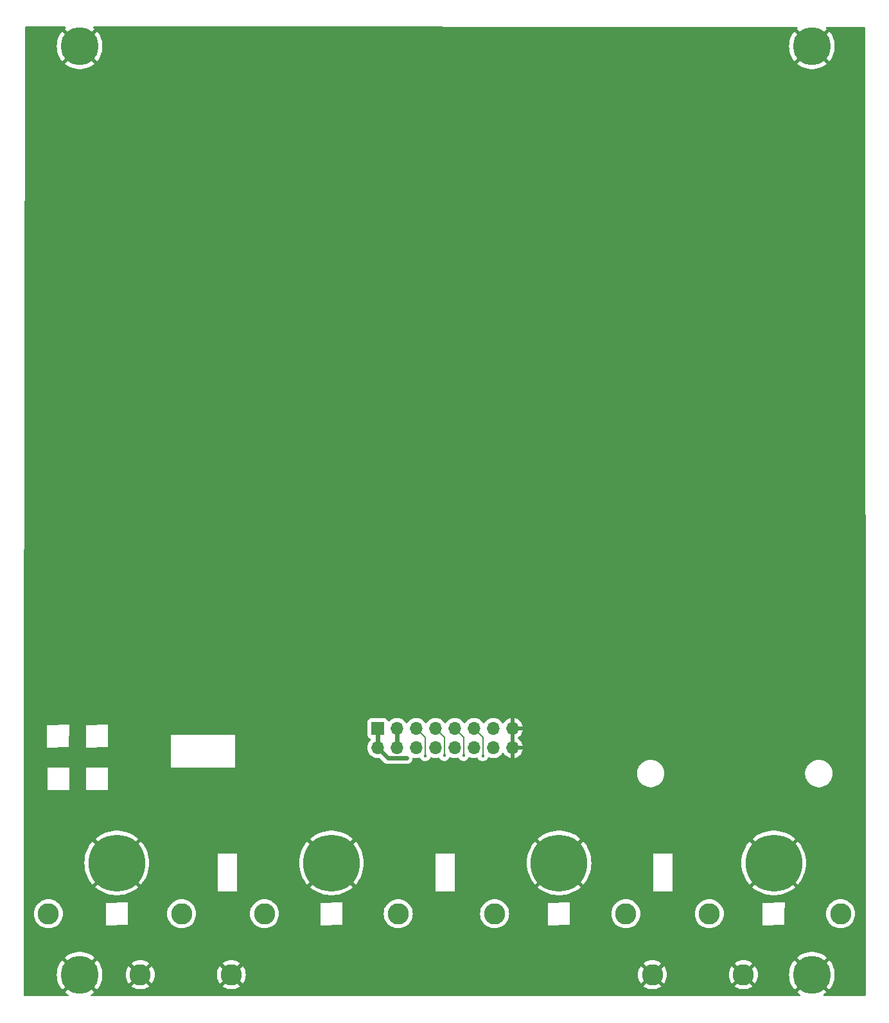
<source format=gbr>
G04 #@! TF.GenerationSoftware,KiCad,Pcbnew,8.0.8*
G04 #@! TF.CreationDate,2025-07-22T13:56:33-07:00*
G04 #@! TF.ProjectId,PBJ_EU,50424a5f-4555-42e6-9b69-6361645f7063,10.4*
G04 #@! TF.SameCoordinates,Original*
G04 #@! TF.FileFunction,Copper,L1,Top*
G04 #@! TF.FilePolarity,Positive*
%FSLAX46Y46*%
G04 Gerber Fmt 4.6, Leading zero omitted, Abs format (unit mm)*
G04 Created by KiCad (PCBNEW 8.0.8) date 2025-07-22 13:56:33*
%MOMM*%
%LPD*%
G01*
G04 APERTURE LIST*
G04 #@! TA.AperFunction,ComponentPad*
%ADD10C,5.000000*%
G04 #@! TD*
G04 #@! TA.AperFunction,ComponentPad*
%ADD11C,2.800000*%
G04 #@! TD*
G04 #@! TA.AperFunction,ComponentPad*
%ADD12C,7.500000*%
G04 #@! TD*
G04 #@! TA.AperFunction,ComponentPad*
%ADD13R,1.700000X1.700000*%
G04 #@! TD*
G04 #@! TA.AperFunction,ComponentPad*
%ADD14O,1.700000X1.700000*%
G04 #@! TD*
G04 #@! TA.AperFunction,ViaPad*
%ADD15C,0.400000*%
G04 #@! TD*
G04 #@! TA.AperFunction,ViaPad*
%ADD16C,0.600000*%
G04 #@! TD*
G04 #@! TA.AperFunction,Conductor*
%ADD17C,0.200000*%
G04 #@! TD*
G04 #@! TA.AperFunction,Conductor*
%ADD18C,0.600000*%
G04 #@! TD*
G04 APERTURE END LIST*
D10*
X47500000Y-155500000D03*
X144020000Y-155500000D03*
X144020000Y-33000000D03*
X47500000Y-33000000D03*
D11*
X60950000Y-147450000D03*
X119500000Y-147450000D03*
X130500000Y-147450000D03*
X147800000Y-147450000D03*
X43400000Y-147450000D03*
X102200000Y-147450000D03*
D12*
X52400000Y-140750000D03*
X139000000Y-140750000D03*
X110700000Y-140750000D03*
D13*
X86800000Y-123000000D03*
D14*
X86800000Y-125540000D03*
X89340000Y-123000000D03*
X89340000Y-125540000D03*
X91880000Y-123000000D03*
X91880000Y-125540000D03*
X94420000Y-123000000D03*
X94420000Y-125540000D03*
X96960000Y-123000000D03*
X96960000Y-125540000D03*
X99500000Y-123000000D03*
X99500000Y-125540000D03*
X102040000Y-123000000D03*
X102040000Y-125540000D03*
X104580000Y-123000000D03*
X104580000Y-125540000D03*
D11*
X123000000Y-155500000D03*
X135000000Y-155500000D03*
D12*
X80700000Y-140750000D03*
D11*
X55500000Y-155500000D03*
X89500000Y-147450000D03*
X67500000Y-155500000D03*
X71870000Y-147450000D03*
D15*
X93050000Y-126610000D03*
X95570000Y-126600000D03*
X98110000Y-126600000D03*
X100650000Y-126610000D03*
D16*
X90570000Y-126890000D03*
D17*
X91880000Y-123000000D02*
X93050000Y-124170000D01*
X93050000Y-124170000D02*
X93050000Y-126610000D01*
X94420000Y-123000000D02*
X95570000Y-124150000D01*
X95570000Y-124150000D02*
X95570000Y-126600000D01*
X98110000Y-126600000D02*
X98110000Y-124150000D01*
X98110000Y-124150000D02*
X96960000Y-123000000D01*
X100650000Y-124150000D02*
X99500000Y-123000000D01*
X100650000Y-124150000D02*
X100650000Y-126610000D01*
D18*
X89340000Y-123000000D02*
X89340000Y-125540000D01*
X88150000Y-126890000D02*
X90570000Y-126890000D01*
X86800000Y-125540000D02*
X88150000Y-126890000D01*
X86800000Y-123000000D02*
X86800000Y-125540000D01*
G04 #@! TA.AperFunction,Conductor*
G36*
X104834000Y-125109297D02*
G01*
X104772993Y-125074075D01*
X104645826Y-125040000D01*
X104514174Y-125040000D01*
X104387007Y-125074075D01*
X104326000Y-125109297D01*
X104326000Y-123430702D01*
X104387007Y-123465925D01*
X104514174Y-123500000D01*
X104645826Y-123500000D01*
X104772993Y-123465925D01*
X104834000Y-123430702D01*
X104834000Y-125109297D01*
G37*
G04 #@! TD.AperFunction*
G04 #@! TA.AperFunction,Conductor*
G36*
X45569980Y-30402379D02*
G01*
X45638092Y-30422412D01*
X45684560Y-30476088D01*
X45694632Y-30546367D01*
X45665110Y-30610934D01*
X45650914Y-30624901D01*
X45560215Y-30701005D01*
X46562577Y-31703368D01*
X46457670Y-31779588D01*
X46279588Y-31957670D01*
X46203368Y-32062577D01*
X45197744Y-31056953D01*
X45197743Y-31056953D01*
X45191831Y-31063220D01*
X45191827Y-31063224D01*
X44982604Y-31344260D01*
X44982586Y-31344287D01*
X44807398Y-31647721D01*
X44807395Y-31647726D01*
X44668617Y-31969452D01*
X44668615Y-31969458D01*
X44568120Y-32305131D01*
X44507274Y-32650205D01*
X44507274Y-32650211D01*
X44486902Y-33000000D01*
X44507274Y-33349788D01*
X44507274Y-33349794D01*
X44568120Y-33694868D01*
X44668615Y-34030541D01*
X44668617Y-34030547D01*
X44807395Y-34352273D01*
X44807398Y-34352278D01*
X44982586Y-34655712D01*
X44982596Y-34655728D01*
X45191836Y-34936785D01*
X45191840Y-34936790D01*
X45197741Y-34943045D01*
X45197744Y-34943045D01*
X46203367Y-33937421D01*
X46279588Y-34042330D01*
X46457670Y-34220412D01*
X46562576Y-34296631D01*
X45560215Y-35298992D01*
X45560216Y-35298993D01*
X45700696Y-35416871D01*
X45993449Y-35609417D01*
X46306577Y-35766676D01*
X46306582Y-35766678D01*
X46635825Y-35886513D01*
X46635830Y-35886514D01*
X46976779Y-35967321D01*
X46976785Y-35967322D01*
X47324801Y-36008000D01*
X47675199Y-36008000D01*
X48023214Y-35967322D01*
X48023220Y-35967321D01*
X48364169Y-35886514D01*
X48364174Y-35886513D01*
X48693417Y-35766678D01*
X48693422Y-35766676D01*
X49006550Y-35609417D01*
X49299299Y-35416874D01*
X49439783Y-35298992D01*
X48437422Y-34296631D01*
X48542330Y-34220412D01*
X48720412Y-34042330D01*
X48796631Y-33937422D01*
X49802255Y-34943046D01*
X49802256Y-34943045D01*
X49808164Y-34936785D01*
X49808166Y-34936782D01*
X50017395Y-34655739D01*
X50017413Y-34655712D01*
X50192601Y-34352278D01*
X50192604Y-34352273D01*
X50331382Y-34030547D01*
X50331384Y-34030541D01*
X50431879Y-33694868D01*
X50492725Y-33349794D01*
X50492725Y-33349788D01*
X50513097Y-33000000D01*
X50492725Y-32650211D01*
X50492725Y-32650205D01*
X50431879Y-32305131D01*
X50331384Y-31969458D01*
X50331382Y-31969452D01*
X50192604Y-31647726D01*
X50192601Y-31647721D01*
X50017413Y-31344287D01*
X50017403Y-31344271D01*
X49808165Y-31063216D01*
X49802255Y-31056952D01*
X48796631Y-32062576D01*
X48720412Y-31957670D01*
X48542330Y-31779588D01*
X48437422Y-31703367D01*
X49439783Y-30701006D01*
X49439783Y-30701005D01*
X49351162Y-30626644D01*
X49311835Y-30567534D01*
X49310709Y-30496546D01*
X49348140Y-30436219D01*
X49412245Y-30405705D01*
X49432198Y-30404122D01*
X142038081Y-30445931D01*
X142106189Y-30465963D01*
X142152657Y-30519639D01*
X142162729Y-30589918D01*
X142133207Y-30654485D01*
X142119012Y-30668451D01*
X142080215Y-30701005D01*
X143082577Y-31703368D01*
X142977670Y-31779588D01*
X142799588Y-31957670D01*
X142723368Y-32062577D01*
X141717744Y-31056953D01*
X141717743Y-31056953D01*
X141711831Y-31063220D01*
X141711827Y-31063224D01*
X141502604Y-31344260D01*
X141502586Y-31344287D01*
X141327398Y-31647721D01*
X141327395Y-31647726D01*
X141188617Y-31969452D01*
X141188615Y-31969458D01*
X141088120Y-32305131D01*
X141027274Y-32650205D01*
X141027274Y-32650211D01*
X141006902Y-33000000D01*
X141027274Y-33349788D01*
X141027274Y-33349794D01*
X141088120Y-33694868D01*
X141188615Y-34030541D01*
X141188617Y-34030547D01*
X141327395Y-34352273D01*
X141327398Y-34352278D01*
X141502586Y-34655712D01*
X141502596Y-34655728D01*
X141711836Y-34936785D01*
X141711840Y-34936790D01*
X141717741Y-34943045D01*
X141717744Y-34943045D01*
X142723367Y-33937421D01*
X142799588Y-34042330D01*
X142977670Y-34220412D01*
X143082576Y-34296631D01*
X142080215Y-35298992D01*
X142080216Y-35298993D01*
X142220696Y-35416871D01*
X142513449Y-35609417D01*
X142826577Y-35766676D01*
X142826582Y-35766678D01*
X143155825Y-35886513D01*
X143155830Y-35886514D01*
X143496779Y-35967321D01*
X143496785Y-35967322D01*
X143844801Y-36008000D01*
X144195199Y-36008000D01*
X144543214Y-35967322D01*
X144543220Y-35967321D01*
X144884169Y-35886514D01*
X144884174Y-35886513D01*
X145213417Y-35766678D01*
X145213422Y-35766676D01*
X145526550Y-35609417D01*
X145819299Y-35416874D01*
X145959783Y-35298992D01*
X144957422Y-34296631D01*
X145062330Y-34220412D01*
X145240412Y-34042330D01*
X145316631Y-33937422D01*
X146322255Y-34943046D01*
X146322256Y-34943045D01*
X146328164Y-34936785D01*
X146328166Y-34936782D01*
X146537395Y-34655739D01*
X146537413Y-34655712D01*
X146712601Y-34352278D01*
X146712604Y-34352273D01*
X146851382Y-34030547D01*
X146851384Y-34030541D01*
X146951879Y-33694868D01*
X147012725Y-33349794D01*
X147012725Y-33349788D01*
X147033097Y-33000000D01*
X147012725Y-32650211D01*
X147012725Y-32650205D01*
X146951879Y-32305131D01*
X146851384Y-31969458D01*
X146851382Y-31969452D01*
X146712604Y-31647726D01*
X146712601Y-31647721D01*
X146537413Y-31344287D01*
X146537403Y-31344271D01*
X146328165Y-31063216D01*
X146322255Y-31056952D01*
X145316631Y-32062576D01*
X145240412Y-31957670D01*
X145062330Y-31779588D01*
X144957422Y-31703367D01*
X145959783Y-30701006D01*
X145959783Y-30701005D01*
X145923121Y-30670242D01*
X145883795Y-30611133D01*
X145882669Y-30540145D01*
X145920100Y-30479817D01*
X145984205Y-30449304D01*
X146004157Y-30447721D01*
X150924106Y-30449943D01*
X150992218Y-30469976D01*
X151038686Y-30523652D01*
X151050049Y-30575894D01*
X151099950Y-158174007D01*
X151079975Y-158242135D01*
X151026337Y-158288649D01*
X150974007Y-158300056D01*
X145653981Y-158302452D01*
X145585851Y-158282481D01*
X145539334Y-158228846D01*
X145529198Y-158158577D01*
X145558662Y-158093982D01*
X145584686Y-158071180D01*
X145819299Y-157916874D01*
X145959783Y-157798992D01*
X144957422Y-156796631D01*
X145062330Y-156720412D01*
X145240412Y-156542330D01*
X145316631Y-156437422D01*
X146322255Y-157443046D01*
X146322256Y-157443045D01*
X146328164Y-157436785D01*
X146328166Y-157436782D01*
X146537395Y-157155739D01*
X146537413Y-157155712D01*
X146712601Y-156852278D01*
X146712604Y-156852273D01*
X146851382Y-156530547D01*
X146851384Y-156530541D01*
X146951879Y-156194868D01*
X147012725Y-155849794D01*
X147012725Y-155849788D01*
X147033097Y-155500000D01*
X147012725Y-155150211D01*
X147012725Y-155150205D01*
X146951879Y-154805131D01*
X146851384Y-154469458D01*
X146851382Y-154469452D01*
X146712604Y-154147726D01*
X146712601Y-154147721D01*
X146537413Y-153844287D01*
X146537403Y-153844271D01*
X146328165Y-153563216D01*
X146322255Y-153556952D01*
X145316631Y-154562576D01*
X145240412Y-154457670D01*
X145062330Y-154279588D01*
X144957422Y-154203367D01*
X145959783Y-153201006D01*
X145959783Y-153201005D01*
X145819298Y-153083125D01*
X145526550Y-152890582D01*
X145213422Y-152733323D01*
X145213417Y-152733321D01*
X144884174Y-152613486D01*
X144884169Y-152613485D01*
X144543220Y-152532678D01*
X144543214Y-152532677D01*
X144195199Y-152492000D01*
X143844801Y-152492000D01*
X143496785Y-152532677D01*
X143496779Y-152532678D01*
X143155830Y-152613485D01*
X143155825Y-152613486D01*
X142826582Y-152733321D01*
X142826577Y-152733323D01*
X142513449Y-152890582D01*
X142220701Y-153083125D01*
X142080215Y-153201005D01*
X143082577Y-154203368D01*
X142977670Y-154279588D01*
X142799588Y-154457670D01*
X142723368Y-154562577D01*
X141717744Y-153556953D01*
X141717743Y-153556953D01*
X141711831Y-153563220D01*
X141711827Y-153563224D01*
X141502604Y-153844260D01*
X141502586Y-153844287D01*
X141327398Y-154147721D01*
X141327395Y-154147726D01*
X141188617Y-154469452D01*
X141188615Y-154469458D01*
X141088120Y-154805131D01*
X141027274Y-155150205D01*
X141027274Y-155150211D01*
X141006902Y-155500000D01*
X141027274Y-155849788D01*
X141027274Y-155849794D01*
X141088120Y-156194868D01*
X141188615Y-156530541D01*
X141188617Y-156530547D01*
X141327395Y-156852273D01*
X141327398Y-156852278D01*
X141502586Y-157155712D01*
X141502596Y-157155728D01*
X141711836Y-157436785D01*
X141711840Y-157436790D01*
X141717741Y-157443045D01*
X141717744Y-157443045D01*
X142723367Y-156437421D01*
X142799588Y-156542330D01*
X142977670Y-156720412D01*
X143082576Y-156796631D01*
X142080215Y-157798992D01*
X142080216Y-157798993D01*
X142220699Y-157916874D01*
X142220703Y-157916877D01*
X142457548Y-158072652D01*
X142503471Y-158126796D01*
X142512831Y-158197173D01*
X142482656Y-158261438D01*
X142422528Y-158299188D01*
X142388367Y-158303923D01*
X49067142Y-158345960D01*
X48999012Y-158325989D01*
X48952495Y-158272354D01*
X48942359Y-158202085D01*
X48971823Y-158137490D01*
X49004095Y-158110835D01*
X49006548Y-158109418D01*
X49299299Y-157916874D01*
X49439783Y-157798992D01*
X48437422Y-156796631D01*
X48542330Y-156720412D01*
X48720412Y-156542330D01*
X48796631Y-156437422D01*
X49802255Y-157443046D01*
X49802256Y-157443045D01*
X49808164Y-157436785D01*
X49808166Y-157436782D01*
X50017395Y-157155739D01*
X50017413Y-157155712D01*
X50192601Y-156852278D01*
X50192604Y-156852273D01*
X50331382Y-156530547D01*
X50331384Y-156530541D01*
X50431879Y-156194868D01*
X50492725Y-155849794D01*
X50492725Y-155849788D01*
X50513097Y-155500000D01*
X53587126Y-155500000D01*
X53606596Y-155772233D01*
X53664608Y-156038910D01*
X53664608Y-156038911D01*
X53759988Y-156294636D01*
X53890785Y-156534173D01*
X53983184Y-156657605D01*
X54782496Y-155858293D01*
X54791049Y-155878942D01*
X54878599Y-156009970D01*
X54990030Y-156121401D01*
X55121058Y-156208951D01*
X55141705Y-156217503D01*
X54342393Y-157016814D01*
X54465822Y-157109211D01*
X54705364Y-157240011D01*
X54705363Y-157240011D01*
X54961088Y-157335391D01*
X55227767Y-157393403D01*
X55227765Y-157393403D01*
X55500000Y-157412873D01*
X55772233Y-157393403D01*
X56038910Y-157335391D01*
X56038911Y-157335391D01*
X56294636Y-157240011D01*
X56534177Y-157109212D01*
X56657605Y-157016814D01*
X55858294Y-156217503D01*
X55878942Y-156208951D01*
X56009970Y-156121401D01*
X56121401Y-156009970D01*
X56208951Y-155878942D01*
X56217503Y-155858294D01*
X57016814Y-156657605D01*
X57109212Y-156534177D01*
X57240011Y-156294636D01*
X57335391Y-156038911D01*
X57335391Y-156038910D01*
X57393403Y-155772233D01*
X57412873Y-155500000D01*
X65587126Y-155500000D01*
X65606596Y-155772233D01*
X65664608Y-156038910D01*
X65664608Y-156038911D01*
X65759988Y-156294636D01*
X65890785Y-156534173D01*
X65983184Y-156657605D01*
X66782496Y-155858293D01*
X66791049Y-155878942D01*
X66878599Y-156009970D01*
X66990030Y-156121401D01*
X67121058Y-156208951D01*
X67141705Y-156217503D01*
X66342393Y-157016814D01*
X66465822Y-157109211D01*
X66705364Y-157240011D01*
X66705363Y-157240011D01*
X66961088Y-157335391D01*
X67227767Y-157393403D01*
X67227765Y-157393403D01*
X67500000Y-157412873D01*
X67772233Y-157393403D01*
X68038910Y-157335391D01*
X68038911Y-157335391D01*
X68294636Y-157240011D01*
X68534177Y-157109212D01*
X68657605Y-157016814D01*
X67858294Y-156217503D01*
X67878942Y-156208951D01*
X68009970Y-156121401D01*
X68121401Y-156009970D01*
X68208951Y-155878942D01*
X68217503Y-155858294D01*
X69016814Y-156657605D01*
X69109212Y-156534177D01*
X69240011Y-156294636D01*
X69335391Y-156038911D01*
X69335391Y-156038910D01*
X69393403Y-155772233D01*
X69412873Y-155500000D01*
X121087126Y-155500000D01*
X121106596Y-155772233D01*
X121164608Y-156038910D01*
X121164608Y-156038911D01*
X121259988Y-156294636D01*
X121390785Y-156534173D01*
X121483184Y-156657605D01*
X122282496Y-155858293D01*
X122291049Y-155878942D01*
X122378599Y-156009970D01*
X122490030Y-156121401D01*
X122621058Y-156208951D01*
X122641705Y-156217503D01*
X121842393Y-157016814D01*
X121965822Y-157109211D01*
X122205364Y-157240011D01*
X122205363Y-157240011D01*
X122461088Y-157335391D01*
X122727767Y-157393403D01*
X122727765Y-157393403D01*
X123000000Y-157412873D01*
X123272233Y-157393403D01*
X123538910Y-157335391D01*
X123538911Y-157335391D01*
X123794636Y-157240011D01*
X124034177Y-157109212D01*
X124157605Y-157016814D01*
X123358294Y-156217503D01*
X123378942Y-156208951D01*
X123509970Y-156121401D01*
X123621401Y-156009970D01*
X123708951Y-155878942D01*
X123717503Y-155858294D01*
X124516814Y-156657605D01*
X124609212Y-156534177D01*
X124740011Y-156294636D01*
X124835391Y-156038911D01*
X124835391Y-156038910D01*
X124893403Y-155772233D01*
X124912873Y-155500000D01*
X133087126Y-155500000D01*
X133106596Y-155772233D01*
X133164608Y-156038910D01*
X133164608Y-156038911D01*
X133259988Y-156294636D01*
X133390785Y-156534173D01*
X133483184Y-156657605D01*
X134282496Y-155858293D01*
X134291049Y-155878942D01*
X134378599Y-156009970D01*
X134490030Y-156121401D01*
X134621058Y-156208951D01*
X134641705Y-156217503D01*
X133842393Y-157016814D01*
X133965822Y-157109211D01*
X134205364Y-157240011D01*
X134205363Y-157240011D01*
X134461088Y-157335391D01*
X134727767Y-157393403D01*
X134727765Y-157393403D01*
X135000000Y-157412873D01*
X135272233Y-157393403D01*
X135538910Y-157335391D01*
X135538911Y-157335391D01*
X135794636Y-157240011D01*
X136034177Y-157109212D01*
X136157605Y-157016814D01*
X135358294Y-156217503D01*
X135378942Y-156208951D01*
X135509970Y-156121401D01*
X135621401Y-156009970D01*
X135708951Y-155878942D01*
X135717503Y-155858294D01*
X136516814Y-156657605D01*
X136609212Y-156534177D01*
X136740011Y-156294636D01*
X136835391Y-156038911D01*
X136835391Y-156038910D01*
X136893403Y-155772233D01*
X136912873Y-155500000D01*
X136893403Y-155227766D01*
X136835391Y-154961089D01*
X136835391Y-154961088D01*
X136740011Y-154705363D01*
X136609211Y-154465822D01*
X136516814Y-154342394D01*
X136516814Y-154342393D01*
X135717503Y-155141704D01*
X135708951Y-155121058D01*
X135621401Y-154990030D01*
X135509970Y-154878599D01*
X135378942Y-154791049D01*
X135358294Y-154782496D01*
X136157605Y-153983184D01*
X136034173Y-153890785D01*
X135794635Y-153759988D01*
X135794636Y-153759988D01*
X135538911Y-153664608D01*
X135272232Y-153606596D01*
X135272234Y-153606596D01*
X135000000Y-153587126D01*
X134727766Y-153606596D01*
X134461089Y-153664608D01*
X134461088Y-153664608D01*
X134205363Y-153759988D01*
X133965823Y-153890787D01*
X133842394Y-153983183D01*
X133842393Y-153983184D01*
X134641705Y-154782496D01*
X134621058Y-154791049D01*
X134490030Y-154878599D01*
X134378599Y-154990030D01*
X134291049Y-155121058D01*
X134282496Y-155141705D01*
X133483184Y-154342393D01*
X133483183Y-154342394D01*
X133390787Y-154465823D01*
X133259988Y-154705363D01*
X133164608Y-154961088D01*
X133164608Y-154961089D01*
X133106596Y-155227766D01*
X133087126Y-155500000D01*
X124912873Y-155500000D01*
X124893403Y-155227766D01*
X124835391Y-154961089D01*
X124835391Y-154961088D01*
X124740011Y-154705363D01*
X124609211Y-154465822D01*
X124516814Y-154342394D01*
X124516814Y-154342393D01*
X123717503Y-155141704D01*
X123708951Y-155121058D01*
X123621401Y-154990030D01*
X123509970Y-154878599D01*
X123378942Y-154791049D01*
X123358294Y-154782496D01*
X124157605Y-153983184D01*
X124034173Y-153890785D01*
X123794635Y-153759988D01*
X123794636Y-153759988D01*
X123538911Y-153664608D01*
X123272232Y-153606596D01*
X123272234Y-153606596D01*
X123000000Y-153587126D01*
X122727766Y-153606596D01*
X122461089Y-153664608D01*
X122461088Y-153664608D01*
X122205363Y-153759988D01*
X121965823Y-153890787D01*
X121842394Y-153983183D01*
X121842393Y-153983184D01*
X122641705Y-154782496D01*
X122621058Y-154791049D01*
X122490030Y-154878599D01*
X122378599Y-154990030D01*
X122291049Y-155121058D01*
X122282496Y-155141705D01*
X121483184Y-154342393D01*
X121483183Y-154342394D01*
X121390787Y-154465823D01*
X121259988Y-154705363D01*
X121164608Y-154961088D01*
X121164608Y-154961089D01*
X121106596Y-155227766D01*
X121087126Y-155500000D01*
X69412873Y-155500000D01*
X69393403Y-155227766D01*
X69335391Y-154961089D01*
X69335391Y-154961088D01*
X69240011Y-154705363D01*
X69109211Y-154465822D01*
X69016814Y-154342394D01*
X69016814Y-154342393D01*
X68217503Y-155141704D01*
X68208951Y-155121058D01*
X68121401Y-154990030D01*
X68009970Y-154878599D01*
X67878942Y-154791049D01*
X67858294Y-154782496D01*
X68657605Y-153983184D01*
X68534173Y-153890785D01*
X68294635Y-153759988D01*
X68294636Y-153759988D01*
X68038911Y-153664608D01*
X67772232Y-153606596D01*
X67772234Y-153606596D01*
X67500000Y-153587126D01*
X67227766Y-153606596D01*
X66961089Y-153664608D01*
X66961088Y-153664608D01*
X66705363Y-153759988D01*
X66465823Y-153890787D01*
X66342394Y-153983183D01*
X66342393Y-153983184D01*
X67141705Y-154782496D01*
X67121058Y-154791049D01*
X66990030Y-154878599D01*
X66878599Y-154990030D01*
X66791049Y-155121058D01*
X66782496Y-155141705D01*
X65983184Y-154342393D01*
X65983183Y-154342394D01*
X65890787Y-154465823D01*
X65759988Y-154705363D01*
X65664608Y-154961088D01*
X65664608Y-154961089D01*
X65606596Y-155227766D01*
X65587126Y-155500000D01*
X57412873Y-155500000D01*
X57393403Y-155227766D01*
X57335391Y-154961089D01*
X57335391Y-154961088D01*
X57240011Y-154705363D01*
X57109211Y-154465822D01*
X57016814Y-154342394D01*
X57016814Y-154342393D01*
X56217503Y-155141704D01*
X56208951Y-155121058D01*
X56121401Y-154990030D01*
X56009970Y-154878599D01*
X55878942Y-154791049D01*
X55858294Y-154782496D01*
X56657605Y-153983184D01*
X56534173Y-153890785D01*
X56294635Y-153759988D01*
X56294636Y-153759988D01*
X56038911Y-153664608D01*
X55772232Y-153606596D01*
X55772234Y-153606596D01*
X55500000Y-153587126D01*
X55227766Y-153606596D01*
X54961089Y-153664608D01*
X54961088Y-153664608D01*
X54705363Y-153759988D01*
X54465823Y-153890787D01*
X54342394Y-153983183D01*
X54342393Y-153983184D01*
X55141705Y-154782496D01*
X55121058Y-154791049D01*
X54990030Y-154878599D01*
X54878599Y-154990030D01*
X54791049Y-155121058D01*
X54782496Y-155141705D01*
X53983184Y-154342393D01*
X53983183Y-154342394D01*
X53890787Y-154465823D01*
X53759988Y-154705363D01*
X53664608Y-154961088D01*
X53664608Y-154961089D01*
X53606596Y-155227766D01*
X53587126Y-155500000D01*
X50513097Y-155500000D01*
X50492725Y-155150211D01*
X50492725Y-155150205D01*
X50431879Y-154805131D01*
X50331384Y-154469458D01*
X50331382Y-154469452D01*
X50192604Y-154147726D01*
X50192601Y-154147721D01*
X50017413Y-153844287D01*
X50017403Y-153844271D01*
X49808165Y-153563216D01*
X49802255Y-153556952D01*
X48796631Y-154562576D01*
X48720412Y-154457670D01*
X48542330Y-154279588D01*
X48437422Y-154203367D01*
X49439783Y-153201006D01*
X49439783Y-153201005D01*
X49299298Y-153083125D01*
X49006550Y-152890582D01*
X48693422Y-152733323D01*
X48693417Y-152733321D01*
X48364174Y-152613486D01*
X48364169Y-152613485D01*
X48023220Y-152532678D01*
X48023214Y-152532677D01*
X47675199Y-152492000D01*
X47324801Y-152492000D01*
X46976785Y-152532677D01*
X46976779Y-152532678D01*
X46635830Y-152613485D01*
X46635825Y-152613486D01*
X46306582Y-152733321D01*
X46306577Y-152733323D01*
X45993449Y-152890582D01*
X45700701Y-153083125D01*
X45560215Y-153201005D01*
X46562577Y-154203368D01*
X46457670Y-154279588D01*
X46279588Y-154457670D01*
X46203368Y-154562577D01*
X45197744Y-153556953D01*
X45197743Y-153556953D01*
X45191831Y-153563220D01*
X45191827Y-153563224D01*
X44982604Y-153844260D01*
X44982586Y-153844287D01*
X44807398Y-154147721D01*
X44807395Y-154147726D01*
X44668617Y-154469452D01*
X44668615Y-154469458D01*
X44568120Y-154805131D01*
X44507274Y-155150205D01*
X44507274Y-155150211D01*
X44486902Y-155500000D01*
X44507274Y-155849788D01*
X44507274Y-155849794D01*
X44568120Y-156194868D01*
X44668615Y-156530541D01*
X44668617Y-156530547D01*
X44807395Y-156852273D01*
X44807398Y-156852278D01*
X44982586Y-157155712D01*
X44982596Y-157155728D01*
X45191836Y-157436785D01*
X45191840Y-157436790D01*
X45197741Y-157443045D01*
X45197744Y-157443045D01*
X46203367Y-156437421D01*
X46279588Y-156542330D01*
X46457670Y-156720412D01*
X46562576Y-156796631D01*
X45560215Y-157798992D01*
X45560216Y-157798993D01*
X45700696Y-157916871D01*
X45993459Y-158109424D01*
X45996624Y-158111251D01*
X45995989Y-158112349D01*
X46044052Y-158157201D01*
X46061530Y-158226013D01*
X46039032Y-158293350D01*
X45983700Y-158337834D01*
X45935673Y-158347370D01*
X40226254Y-158349943D01*
X40158124Y-158329972D01*
X40111607Y-158276337D01*
X40100197Y-158223746D01*
X40100374Y-158110835D01*
X40117038Y-147450000D01*
X41486625Y-147450000D01*
X41506100Y-147722305D01*
X41564127Y-147989051D01*
X41564127Y-147989052D01*
X41659532Y-148244843D01*
X41790369Y-148484452D01*
X41953963Y-148702988D01*
X41953966Y-148702991D01*
X41953968Y-148702994D01*
X42147006Y-148896032D01*
X42365551Y-149059633D01*
X42605155Y-149190467D01*
X42860940Y-149285870D01*
X42860943Y-149285870D01*
X42860947Y-149285872D01*
X43015322Y-149319454D01*
X43127698Y-149343900D01*
X43400000Y-149363375D01*
X43672302Y-149343900D01*
X43939051Y-149285872D01*
X43939052Y-149285872D01*
X43939053Y-149285871D01*
X43939060Y-149285870D01*
X44194845Y-149190467D01*
X44434449Y-149059633D01*
X44652994Y-148896032D01*
X44846032Y-148702994D01*
X45009633Y-148484449D01*
X45140467Y-148244845D01*
X45235870Y-147989060D01*
X45293900Y-147722302D01*
X45313375Y-147450000D01*
X45293900Y-147177698D01*
X45235870Y-146910940D01*
X45140467Y-146655155D01*
X45009633Y-146415551D01*
X44846032Y-146197006D01*
X44652994Y-146003968D01*
X44652991Y-146003966D01*
X44652988Y-146003963D01*
X44634334Y-145989999D01*
X50940000Y-145989999D01*
X50940000Y-148959999D01*
X50940000Y-148960000D01*
X53820000Y-148940000D01*
X53825017Y-147450000D01*
X59036625Y-147450000D01*
X59056100Y-147722305D01*
X59114127Y-147989051D01*
X59114127Y-147989052D01*
X59209532Y-148244843D01*
X59340369Y-148484452D01*
X59503963Y-148702988D01*
X59503966Y-148702991D01*
X59503968Y-148702994D01*
X59697006Y-148896032D01*
X59915551Y-149059633D01*
X60155155Y-149190467D01*
X60410940Y-149285870D01*
X60410943Y-149285870D01*
X60410947Y-149285872D01*
X60565322Y-149319454D01*
X60677698Y-149343900D01*
X60950000Y-149363375D01*
X61222302Y-149343900D01*
X61489051Y-149285872D01*
X61489052Y-149285872D01*
X61489053Y-149285871D01*
X61489060Y-149285870D01*
X61744845Y-149190467D01*
X61984449Y-149059633D01*
X62202994Y-148896032D01*
X62396032Y-148702994D01*
X62559633Y-148484449D01*
X62690467Y-148244845D01*
X62785870Y-147989060D01*
X62843900Y-147722302D01*
X62863375Y-147450000D01*
X69956625Y-147450000D01*
X69976100Y-147722305D01*
X70034127Y-147989051D01*
X70034127Y-147989052D01*
X70129532Y-148244843D01*
X70260369Y-148484452D01*
X70423963Y-148702988D01*
X70423966Y-148702991D01*
X70423968Y-148702994D01*
X70617006Y-148896032D01*
X70835551Y-149059633D01*
X71075155Y-149190467D01*
X71330940Y-149285870D01*
X71330943Y-149285870D01*
X71330947Y-149285872D01*
X71485322Y-149319454D01*
X71597698Y-149343900D01*
X71870000Y-149363375D01*
X72142302Y-149343900D01*
X72409051Y-149285872D01*
X72409052Y-149285872D01*
X72409053Y-149285871D01*
X72409060Y-149285870D01*
X72664845Y-149190467D01*
X72904449Y-149059633D01*
X73122994Y-148896032D01*
X73316032Y-148702994D01*
X73479633Y-148484449D01*
X73610467Y-148244845D01*
X73705870Y-147989060D01*
X73763900Y-147722302D01*
X73783375Y-147450000D01*
X73763900Y-147177698D01*
X73705870Y-146910940D01*
X73610467Y-146655155D01*
X73479633Y-146415551D01*
X73316032Y-146197006D01*
X73122994Y-146003968D01*
X73122991Y-146003966D01*
X73122988Y-146003963D01*
X73104334Y-145989999D01*
X79240000Y-145989999D01*
X79240000Y-148959999D01*
X79240000Y-148960000D01*
X82120000Y-148940000D01*
X82125017Y-147450000D01*
X87586625Y-147450000D01*
X87606100Y-147722305D01*
X87664127Y-147989051D01*
X87664127Y-147989052D01*
X87759532Y-148244843D01*
X87890369Y-148484452D01*
X88053963Y-148702988D01*
X88053966Y-148702991D01*
X88053968Y-148702994D01*
X88247006Y-148896032D01*
X88465551Y-149059633D01*
X88705155Y-149190467D01*
X88960940Y-149285870D01*
X88960943Y-149285870D01*
X88960947Y-149285872D01*
X89115322Y-149319454D01*
X89227698Y-149343900D01*
X89500000Y-149363375D01*
X89772302Y-149343900D01*
X90039051Y-149285872D01*
X90039052Y-149285872D01*
X90039053Y-149285871D01*
X90039060Y-149285870D01*
X90294845Y-149190467D01*
X90534449Y-149059633D01*
X90752994Y-148896032D01*
X90946032Y-148702994D01*
X91109633Y-148484449D01*
X91240467Y-148244845D01*
X91335870Y-147989060D01*
X91393900Y-147722302D01*
X91413375Y-147450000D01*
X100286625Y-147450000D01*
X100306100Y-147722305D01*
X100364127Y-147989051D01*
X100364127Y-147989052D01*
X100459532Y-148244843D01*
X100590369Y-148484452D01*
X100753963Y-148702988D01*
X100753966Y-148702991D01*
X100753968Y-148702994D01*
X100947006Y-148896032D01*
X101165551Y-149059633D01*
X101405155Y-149190467D01*
X101660940Y-149285870D01*
X101660943Y-149285870D01*
X101660947Y-149285872D01*
X101815322Y-149319454D01*
X101927698Y-149343900D01*
X102200000Y-149363375D01*
X102472302Y-149343900D01*
X102739051Y-149285872D01*
X102739052Y-149285872D01*
X102739053Y-149285871D01*
X102739060Y-149285870D01*
X102994845Y-149190467D01*
X103234449Y-149059633D01*
X103452994Y-148896032D01*
X103646032Y-148702994D01*
X103809633Y-148484449D01*
X103940467Y-148244845D01*
X104035870Y-147989060D01*
X104093900Y-147722302D01*
X104113375Y-147450000D01*
X104093900Y-147177698D01*
X104035870Y-146910940D01*
X103940467Y-146655155D01*
X103809633Y-146415551D01*
X103646032Y-146197006D01*
X103452994Y-146003968D01*
X103452991Y-146003966D01*
X103452988Y-146003963D01*
X103434334Y-145989999D01*
X109240000Y-145989999D01*
X109240000Y-148959999D01*
X109240000Y-148960000D01*
X112120000Y-148940000D01*
X112125017Y-147450000D01*
X117586625Y-147450000D01*
X117606100Y-147722305D01*
X117664127Y-147989051D01*
X117664127Y-147989052D01*
X117759532Y-148244843D01*
X117890369Y-148484452D01*
X118053963Y-148702988D01*
X118053966Y-148702991D01*
X118053968Y-148702994D01*
X118247006Y-148896032D01*
X118465551Y-149059633D01*
X118705155Y-149190467D01*
X118960940Y-149285870D01*
X118960943Y-149285870D01*
X118960947Y-149285872D01*
X119115322Y-149319454D01*
X119227698Y-149343900D01*
X119500000Y-149363375D01*
X119772302Y-149343900D01*
X120039051Y-149285872D01*
X120039052Y-149285872D01*
X120039053Y-149285871D01*
X120039060Y-149285870D01*
X120294845Y-149190467D01*
X120534449Y-149059633D01*
X120752994Y-148896032D01*
X120946032Y-148702994D01*
X121109633Y-148484449D01*
X121240467Y-148244845D01*
X121335870Y-147989060D01*
X121393900Y-147722302D01*
X121413375Y-147450000D01*
X128586625Y-147450000D01*
X128606100Y-147722305D01*
X128664127Y-147989051D01*
X128664127Y-147989052D01*
X128759532Y-148244843D01*
X128890369Y-148484452D01*
X129053963Y-148702988D01*
X129053966Y-148702991D01*
X129053968Y-148702994D01*
X129247006Y-148896032D01*
X129465551Y-149059633D01*
X129705155Y-149190467D01*
X129960940Y-149285870D01*
X129960943Y-149285870D01*
X129960947Y-149285872D01*
X130115322Y-149319454D01*
X130227698Y-149343900D01*
X130500000Y-149363375D01*
X130772302Y-149343900D01*
X131039051Y-149285872D01*
X131039052Y-149285872D01*
X131039053Y-149285871D01*
X131039060Y-149285870D01*
X131294845Y-149190467D01*
X131534449Y-149059633D01*
X131752994Y-148896032D01*
X131946032Y-148702994D01*
X132109633Y-148484449D01*
X132240467Y-148244845D01*
X132335870Y-147989060D01*
X132393900Y-147722302D01*
X132413375Y-147450000D01*
X132393900Y-147177698D01*
X132335870Y-146910940D01*
X132240467Y-146655155D01*
X132109633Y-146415551D01*
X131946032Y-146197006D01*
X131752994Y-146003968D01*
X131752991Y-146003966D01*
X131752988Y-146003963D01*
X131734334Y-145989999D01*
X137540000Y-145989999D01*
X137540000Y-148959999D01*
X137540000Y-148960000D01*
X140420000Y-148940000D01*
X140425017Y-147450000D01*
X145886625Y-147450000D01*
X145906100Y-147722305D01*
X145964127Y-147989051D01*
X145964127Y-147989052D01*
X146059532Y-148244843D01*
X146190369Y-148484452D01*
X146353963Y-148702988D01*
X146353966Y-148702991D01*
X146353968Y-148702994D01*
X146547006Y-148896032D01*
X146765551Y-149059633D01*
X147005155Y-149190467D01*
X147260940Y-149285870D01*
X147260943Y-149285870D01*
X147260947Y-149285872D01*
X147415322Y-149319454D01*
X147527698Y-149343900D01*
X147800000Y-149363375D01*
X148072302Y-149343900D01*
X148339051Y-149285872D01*
X148339052Y-149285872D01*
X148339053Y-149285871D01*
X148339060Y-149285870D01*
X148594845Y-149190467D01*
X148834449Y-149059633D01*
X149052994Y-148896032D01*
X149246032Y-148702994D01*
X149409633Y-148484449D01*
X149540467Y-148244845D01*
X149635870Y-147989060D01*
X149693900Y-147722302D01*
X149713375Y-147450000D01*
X149693900Y-147177698D01*
X149635870Y-146910940D01*
X149540467Y-146655155D01*
X149409633Y-146415551D01*
X149246032Y-146197006D01*
X149052994Y-146003968D01*
X149052991Y-146003966D01*
X149052988Y-146003963D01*
X148834452Y-145840369D01*
X148834450Y-145840368D01*
X148834449Y-145840367D01*
X148594845Y-145709533D01*
X148594844Y-145709532D01*
X148339052Y-145614127D01*
X148072304Y-145556100D01*
X148072306Y-145556100D01*
X147800000Y-145536625D01*
X147527694Y-145556100D01*
X147260948Y-145614127D01*
X147260947Y-145614127D01*
X147005156Y-145709532D01*
X146765547Y-145840369D01*
X146547011Y-146003963D01*
X146547002Y-146003971D01*
X146353971Y-146197002D01*
X146353963Y-146197011D01*
X146190369Y-146415547D01*
X146059532Y-146655156D01*
X145964127Y-146910947D01*
X145964127Y-146910948D01*
X145906100Y-147177694D01*
X145886625Y-147450000D01*
X140425017Y-147450000D01*
X140430000Y-145970000D01*
X140429999Y-145969999D01*
X137540000Y-145989999D01*
X131734334Y-145989999D01*
X131534452Y-145840369D01*
X131534450Y-145840368D01*
X131534449Y-145840367D01*
X131294845Y-145709533D01*
X131294844Y-145709532D01*
X131039052Y-145614127D01*
X130772304Y-145556100D01*
X130772306Y-145556100D01*
X130500000Y-145536625D01*
X130227694Y-145556100D01*
X129960948Y-145614127D01*
X129960947Y-145614127D01*
X129705156Y-145709532D01*
X129465547Y-145840369D01*
X129247011Y-146003963D01*
X129247002Y-146003971D01*
X129053971Y-146197002D01*
X129053963Y-146197011D01*
X128890369Y-146415547D01*
X128759532Y-146655156D01*
X128664127Y-146910947D01*
X128664127Y-146910948D01*
X128606100Y-147177694D01*
X128586625Y-147450000D01*
X121413375Y-147450000D01*
X121393900Y-147177698D01*
X121335870Y-146910940D01*
X121240467Y-146655155D01*
X121109633Y-146415551D01*
X120946032Y-146197006D01*
X120752994Y-146003968D01*
X120752991Y-146003966D01*
X120752988Y-146003963D01*
X120534452Y-145840369D01*
X120534450Y-145840368D01*
X120534449Y-145840367D01*
X120294845Y-145709533D01*
X120294844Y-145709532D01*
X120039052Y-145614127D01*
X119772304Y-145556100D01*
X119772306Y-145556100D01*
X119500000Y-145536625D01*
X119227694Y-145556100D01*
X118960948Y-145614127D01*
X118960947Y-145614127D01*
X118705156Y-145709532D01*
X118465547Y-145840369D01*
X118247011Y-146003963D01*
X118247002Y-146003971D01*
X118053971Y-146197002D01*
X118053963Y-146197011D01*
X117890369Y-146415547D01*
X117759532Y-146655156D01*
X117664127Y-146910947D01*
X117664127Y-146910948D01*
X117606100Y-147177694D01*
X117586625Y-147450000D01*
X112125017Y-147450000D01*
X112130000Y-145970000D01*
X112129999Y-145969999D01*
X109240000Y-145989999D01*
X103434334Y-145989999D01*
X103234452Y-145840369D01*
X103234450Y-145840368D01*
X103234449Y-145840367D01*
X102994845Y-145709533D01*
X102994844Y-145709532D01*
X102739052Y-145614127D01*
X102472304Y-145556100D01*
X102472306Y-145556100D01*
X102200000Y-145536625D01*
X101927694Y-145556100D01*
X101660948Y-145614127D01*
X101660947Y-145614127D01*
X101405156Y-145709532D01*
X101165547Y-145840369D01*
X100947011Y-146003963D01*
X100947002Y-146003971D01*
X100753971Y-146197002D01*
X100753963Y-146197011D01*
X100590369Y-146415547D01*
X100459532Y-146655156D01*
X100364127Y-146910947D01*
X100364127Y-146910948D01*
X100306100Y-147177694D01*
X100286625Y-147450000D01*
X91413375Y-147450000D01*
X91393900Y-147177698D01*
X91335870Y-146910940D01*
X91240467Y-146655155D01*
X91109633Y-146415551D01*
X90946032Y-146197006D01*
X90752994Y-146003968D01*
X90752991Y-146003966D01*
X90752988Y-146003963D01*
X90534452Y-145840369D01*
X90534450Y-145840368D01*
X90534449Y-145840367D01*
X90294845Y-145709533D01*
X90294844Y-145709532D01*
X90039052Y-145614127D01*
X89772304Y-145556100D01*
X89772306Y-145556100D01*
X89500000Y-145536625D01*
X89227694Y-145556100D01*
X88960948Y-145614127D01*
X88960947Y-145614127D01*
X88705156Y-145709532D01*
X88465547Y-145840369D01*
X88247011Y-146003963D01*
X88247002Y-146003971D01*
X88053971Y-146197002D01*
X88053963Y-146197011D01*
X87890369Y-146415547D01*
X87759532Y-146655156D01*
X87664127Y-146910947D01*
X87664127Y-146910948D01*
X87606100Y-147177694D01*
X87586625Y-147450000D01*
X82125017Y-147450000D01*
X82130000Y-145970000D01*
X82129999Y-145969999D01*
X79240000Y-145989999D01*
X73104334Y-145989999D01*
X72904452Y-145840369D01*
X72904450Y-145840368D01*
X72904449Y-145840367D01*
X72664845Y-145709533D01*
X72664844Y-145709532D01*
X72409052Y-145614127D01*
X72142304Y-145556100D01*
X72142306Y-145556100D01*
X71870000Y-145536625D01*
X71597694Y-145556100D01*
X71330948Y-145614127D01*
X71330947Y-145614127D01*
X71075156Y-145709532D01*
X70835547Y-145840369D01*
X70617011Y-146003963D01*
X70617002Y-146003971D01*
X70423971Y-146197002D01*
X70423963Y-146197011D01*
X70260369Y-146415547D01*
X70129532Y-146655156D01*
X70034127Y-146910947D01*
X70034127Y-146910948D01*
X69976100Y-147177694D01*
X69956625Y-147450000D01*
X62863375Y-147450000D01*
X62843900Y-147177698D01*
X62785870Y-146910940D01*
X62690467Y-146655155D01*
X62559633Y-146415551D01*
X62396032Y-146197006D01*
X62202994Y-146003968D01*
X62202991Y-146003966D01*
X62202988Y-146003963D01*
X61984452Y-145840369D01*
X61984450Y-145840368D01*
X61984449Y-145840367D01*
X61744845Y-145709533D01*
X61744844Y-145709532D01*
X61489052Y-145614127D01*
X61222304Y-145556100D01*
X61222306Y-145556100D01*
X60950000Y-145536625D01*
X60677694Y-145556100D01*
X60410948Y-145614127D01*
X60410947Y-145614127D01*
X60155156Y-145709532D01*
X59915547Y-145840369D01*
X59697011Y-146003963D01*
X59697002Y-146003971D01*
X59503971Y-146197002D01*
X59503963Y-146197011D01*
X59340369Y-146415547D01*
X59209532Y-146655156D01*
X59114127Y-146910947D01*
X59114127Y-146910948D01*
X59056100Y-147177694D01*
X59036625Y-147450000D01*
X53825017Y-147450000D01*
X53830000Y-145970000D01*
X53829999Y-145969999D01*
X50940000Y-145989999D01*
X44634334Y-145989999D01*
X44434452Y-145840369D01*
X44434450Y-145840368D01*
X44434449Y-145840367D01*
X44194845Y-145709533D01*
X44194844Y-145709532D01*
X43939052Y-145614127D01*
X43672304Y-145556100D01*
X43672306Y-145556100D01*
X43400000Y-145536625D01*
X43127694Y-145556100D01*
X42860948Y-145614127D01*
X42860947Y-145614127D01*
X42605156Y-145709532D01*
X42365547Y-145840369D01*
X42147011Y-146003963D01*
X42147002Y-146003971D01*
X41953971Y-146197002D01*
X41953963Y-146197011D01*
X41790369Y-146415547D01*
X41659532Y-146655156D01*
X41564127Y-146910947D01*
X41564127Y-146910948D01*
X41506100Y-147177694D01*
X41486625Y-147450000D01*
X40117038Y-147450000D01*
X40127511Y-140749993D01*
X48137172Y-140749993D01*
X48137172Y-140750006D01*
X48156472Y-141155191D01*
X48214207Y-141556746D01*
X48214207Y-141556749D01*
X48309843Y-141950965D01*
X48309847Y-141950980D01*
X48442527Y-142334333D01*
X48442528Y-142334337D01*
X48611047Y-142703343D01*
X48813874Y-143054647D01*
X48813883Y-143054660D01*
X49049195Y-143385110D01*
X49049196Y-143385111D01*
X49214688Y-143576099D01*
X49214690Y-143576099D01*
X49928868Y-142861921D01*
X49989005Y-142935198D01*
X50214802Y-143160995D01*
X50288077Y-143221130D01*
X49572166Y-143937041D01*
X49572167Y-143937042D01*
X49608428Y-143971618D01*
X49608435Y-143971625D01*
X49927313Y-144222393D01*
X49927318Y-144222397D01*
X50268584Y-144441716D01*
X50629149Y-144627601D01*
X50629171Y-144627611D01*
X51005759Y-144778373D01*
X51394995Y-144892664D01*
X51394998Y-144892665D01*
X51793335Y-144969439D01*
X52197146Y-145007998D01*
X52197168Y-145008000D01*
X52602832Y-145008000D01*
X52602853Y-145007998D01*
X53006664Y-144969439D01*
X53405001Y-144892665D01*
X53405004Y-144892664D01*
X53794240Y-144778373D01*
X54170828Y-144627611D01*
X54170850Y-144627601D01*
X54531415Y-144441716D01*
X54872681Y-144222397D01*
X54872686Y-144222393D01*
X55191562Y-143971626D01*
X55227832Y-143937041D01*
X54511922Y-143221131D01*
X54585198Y-143160995D01*
X54810995Y-142935198D01*
X54871131Y-142861922D01*
X55585308Y-143576099D01*
X55585310Y-143576099D01*
X55750811Y-143385101D01*
X55750813Y-143385098D01*
X55986116Y-143054660D01*
X55986125Y-143054647D01*
X56188952Y-142703343D01*
X56357471Y-142334337D01*
X56357472Y-142334333D01*
X56490152Y-141950980D01*
X56490156Y-141950965D01*
X56585792Y-141556749D01*
X56585792Y-141556746D01*
X56643527Y-141155191D01*
X56662828Y-140750006D01*
X56662828Y-140749993D01*
X56643527Y-140344808D01*
X56585792Y-139943253D01*
X56585792Y-139943250D01*
X56490156Y-139549034D01*
X56490152Y-139549019D01*
X56486835Y-139539436D01*
X65724500Y-139539436D01*
X65724500Y-144460563D01*
X65739436Y-144475499D01*
X65739438Y-144475500D01*
X68260562Y-144475500D01*
X68275500Y-144460562D01*
X68275500Y-140749993D01*
X76437172Y-140749993D01*
X76437172Y-140750006D01*
X76456472Y-141155191D01*
X76514207Y-141556746D01*
X76514207Y-141556749D01*
X76609843Y-141950965D01*
X76609847Y-141950980D01*
X76742527Y-142334333D01*
X76742528Y-142334337D01*
X76911047Y-142703343D01*
X77113874Y-143054647D01*
X77113883Y-143054660D01*
X77349195Y-143385110D01*
X77349196Y-143385111D01*
X77514688Y-143576099D01*
X77514690Y-143576099D01*
X78228868Y-142861921D01*
X78289005Y-142935198D01*
X78514802Y-143160995D01*
X78588077Y-143221130D01*
X77872166Y-143937041D01*
X77872167Y-143937042D01*
X77908428Y-143971618D01*
X77908435Y-143971625D01*
X78227313Y-144222393D01*
X78227318Y-144222397D01*
X78568584Y-144441716D01*
X78929149Y-144627601D01*
X78929171Y-144627611D01*
X79305759Y-144778373D01*
X79694995Y-144892664D01*
X79694998Y-144892665D01*
X80093335Y-144969439D01*
X80497146Y-145007998D01*
X80497168Y-145008000D01*
X80902832Y-145008000D01*
X80902853Y-145007998D01*
X81306664Y-144969439D01*
X81705001Y-144892665D01*
X81705004Y-144892664D01*
X82094240Y-144778373D01*
X82470828Y-144627611D01*
X82470850Y-144627601D01*
X82831415Y-144441716D01*
X83172681Y-144222397D01*
X83172686Y-144222393D01*
X83491562Y-143971626D01*
X83527832Y-143937041D01*
X82811922Y-143221131D01*
X82885198Y-143160995D01*
X83110995Y-142935198D01*
X83171131Y-142861922D01*
X83885308Y-143576099D01*
X83885310Y-143576099D01*
X84050811Y-143385101D01*
X84050813Y-143385098D01*
X84286116Y-143054660D01*
X84286125Y-143054647D01*
X84488952Y-142703343D01*
X84657471Y-142334337D01*
X84657472Y-142334333D01*
X84790152Y-141950980D01*
X84790156Y-141950965D01*
X84885792Y-141556749D01*
X84885792Y-141556746D01*
X84943527Y-141155191D01*
X84962828Y-140750006D01*
X84962828Y-140749993D01*
X84943527Y-140344808D01*
X84885792Y-139943253D01*
X84885792Y-139943250D01*
X84790156Y-139549034D01*
X84790152Y-139549019D01*
X84786835Y-139539436D01*
X94424500Y-139539436D01*
X94424500Y-144460563D01*
X94439436Y-144475499D01*
X94439438Y-144475500D01*
X96960562Y-144475500D01*
X96975500Y-144460562D01*
X96975500Y-140749993D01*
X106437172Y-140749993D01*
X106437172Y-140750006D01*
X106456472Y-141155191D01*
X106514207Y-141556746D01*
X106514207Y-141556749D01*
X106609843Y-141950965D01*
X106609847Y-141950980D01*
X106742527Y-142334333D01*
X106742528Y-142334337D01*
X106911047Y-142703343D01*
X107113874Y-143054647D01*
X107113883Y-143054660D01*
X107349195Y-143385110D01*
X107349196Y-143385111D01*
X107514688Y-143576099D01*
X107514690Y-143576099D01*
X108228868Y-142861921D01*
X108289005Y-142935198D01*
X108514802Y-143160995D01*
X108588077Y-143221130D01*
X107872166Y-143937041D01*
X107872167Y-143937042D01*
X107908428Y-143971618D01*
X107908435Y-143971625D01*
X108227313Y-144222393D01*
X108227318Y-144222397D01*
X108568584Y-144441716D01*
X108929149Y-144627601D01*
X108929171Y-144627611D01*
X109305759Y-144778373D01*
X109694995Y-144892664D01*
X109694998Y-144892665D01*
X110093335Y-144969439D01*
X110497146Y-145007998D01*
X110497168Y-145008000D01*
X110902832Y-145008000D01*
X110902853Y-145007998D01*
X111306664Y-144969439D01*
X111705001Y-144892665D01*
X111705004Y-144892664D01*
X112094240Y-144778373D01*
X112470828Y-144627611D01*
X112470850Y-144627601D01*
X112831415Y-144441716D01*
X113172681Y-144222397D01*
X113172686Y-144222393D01*
X113491562Y-143971626D01*
X113527832Y-143937041D01*
X112811922Y-143221131D01*
X112885198Y-143160995D01*
X113110995Y-142935198D01*
X113171131Y-142861922D01*
X113885308Y-143576099D01*
X113885310Y-143576099D01*
X114050811Y-143385101D01*
X114050813Y-143385098D01*
X114286116Y-143054660D01*
X114286125Y-143054647D01*
X114488952Y-142703343D01*
X114657471Y-142334337D01*
X114657472Y-142334333D01*
X114790152Y-141950980D01*
X114790156Y-141950965D01*
X114885792Y-141556749D01*
X114885792Y-141556746D01*
X114943527Y-141155191D01*
X114962828Y-140750006D01*
X114962828Y-140749993D01*
X114943527Y-140344808D01*
X114885792Y-139943253D01*
X114885792Y-139943250D01*
X114790156Y-139549034D01*
X114790152Y-139549019D01*
X114786835Y-139539436D01*
X123124500Y-139539436D01*
X123124500Y-144460563D01*
X123139436Y-144475499D01*
X123139438Y-144475500D01*
X125660562Y-144475500D01*
X125675500Y-144460562D01*
X125675500Y-140749993D01*
X134737172Y-140749993D01*
X134737172Y-140750006D01*
X134756472Y-141155191D01*
X134814207Y-141556746D01*
X134814207Y-141556749D01*
X134909843Y-141950965D01*
X134909847Y-141950980D01*
X135042527Y-142334333D01*
X135042528Y-142334337D01*
X135211047Y-142703343D01*
X135413874Y-143054647D01*
X135413883Y-143054660D01*
X135649195Y-143385110D01*
X135649196Y-143385111D01*
X135814688Y-143576099D01*
X135814690Y-143576099D01*
X136528868Y-142861921D01*
X136589005Y-142935198D01*
X136814802Y-143160995D01*
X136888077Y-143221130D01*
X136172166Y-143937041D01*
X136172167Y-143937042D01*
X136208428Y-143971618D01*
X136208435Y-143971625D01*
X136527313Y-144222393D01*
X136527318Y-144222397D01*
X136868584Y-144441716D01*
X137229149Y-144627601D01*
X137229171Y-144627611D01*
X137605759Y-144778373D01*
X137994995Y-144892664D01*
X137994998Y-144892665D01*
X138393335Y-144969439D01*
X138797146Y-145007998D01*
X138797168Y-145008000D01*
X139202832Y-145008000D01*
X139202853Y-145007998D01*
X139606664Y-144969439D01*
X140005001Y-144892665D01*
X140005004Y-144892664D01*
X140394240Y-144778373D01*
X140770828Y-144627611D01*
X140770850Y-144627601D01*
X141131415Y-144441716D01*
X141472681Y-144222397D01*
X141472686Y-144222393D01*
X141791562Y-143971626D01*
X141827832Y-143937041D01*
X141111922Y-143221131D01*
X141185198Y-143160995D01*
X141410995Y-142935198D01*
X141471131Y-142861922D01*
X142185308Y-143576099D01*
X142185310Y-143576099D01*
X142350811Y-143385101D01*
X142350813Y-143385098D01*
X142586116Y-143054660D01*
X142586125Y-143054647D01*
X142788952Y-142703343D01*
X142957471Y-142334337D01*
X142957472Y-142334333D01*
X143090152Y-141950980D01*
X143090156Y-141950965D01*
X143185792Y-141556749D01*
X143185792Y-141556746D01*
X143243527Y-141155191D01*
X143262828Y-140750006D01*
X143262828Y-140749993D01*
X143243527Y-140344808D01*
X143185792Y-139943253D01*
X143185792Y-139943250D01*
X143090156Y-139549034D01*
X143090152Y-139549019D01*
X142957472Y-139165666D01*
X142957471Y-139165662D01*
X142788952Y-138796656D01*
X142586125Y-138445352D01*
X142586116Y-138445339D01*
X142350804Y-138114889D01*
X142350803Y-138114888D01*
X142185310Y-137923899D01*
X142185308Y-137923899D01*
X141471130Y-138638077D01*
X141410995Y-138564802D01*
X141185198Y-138339005D01*
X141111921Y-138278868D01*
X141827832Y-137562957D01*
X141827831Y-137562956D01*
X141791571Y-137528381D01*
X141791564Y-137528374D01*
X141472686Y-137277606D01*
X141472681Y-137277602D01*
X141131415Y-137058283D01*
X140770850Y-136872398D01*
X140770828Y-136872388D01*
X140394240Y-136721626D01*
X140005004Y-136607335D01*
X140005001Y-136607334D01*
X139606664Y-136530560D01*
X139202853Y-136492001D01*
X139202832Y-136492000D01*
X138797168Y-136492000D01*
X138797146Y-136492001D01*
X138393335Y-136530560D01*
X137994998Y-136607334D01*
X137994995Y-136607335D01*
X137605759Y-136721626D01*
X137229171Y-136872388D01*
X137229149Y-136872398D01*
X136868584Y-137058283D01*
X136527318Y-137277602D01*
X136527312Y-137277606D01*
X136208449Y-137528363D01*
X136172167Y-137562958D01*
X136888077Y-138278868D01*
X136814802Y-138339005D01*
X136589005Y-138564802D01*
X136528868Y-138638077D01*
X135814690Y-137923899D01*
X135814689Y-137923899D01*
X135649191Y-138114895D01*
X135413883Y-138445339D01*
X135413874Y-138445352D01*
X135211047Y-138796656D01*
X135042528Y-139165662D01*
X135042527Y-139165666D01*
X134909847Y-139549019D01*
X134909843Y-139549034D01*
X134814207Y-139943250D01*
X134814207Y-139943253D01*
X134756472Y-140344808D01*
X134737172Y-140749993D01*
X125675500Y-140749993D01*
X125675500Y-139539438D01*
X125675499Y-139539436D01*
X125660563Y-139524500D01*
X125660562Y-139524500D01*
X123160562Y-139524500D01*
X123139438Y-139524500D01*
X123139436Y-139524500D01*
X123124500Y-139539436D01*
X114786835Y-139539436D01*
X114657472Y-139165666D01*
X114657471Y-139165662D01*
X114488952Y-138796656D01*
X114286125Y-138445352D01*
X114286116Y-138445339D01*
X114050804Y-138114889D01*
X114050803Y-138114888D01*
X113885310Y-137923899D01*
X113885308Y-137923899D01*
X113171130Y-138638077D01*
X113110995Y-138564802D01*
X112885198Y-138339005D01*
X112811921Y-138278868D01*
X113527832Y-137562957D01*
X113527831Y-137562956D01*
X113491571Y-137528381D01*
X113491564Y-137528374D01*
X113172686Y-137277606D01*
X113172681Y-137277602D01*
X112831415Y-137058283D01*
X112470850Y-136872398D01*
X112470828Y-136872388D01*
X112094240Y-136721626D01*
X111705004Y-136607335D01*
X111705001Y-136607334D01*
X111306664Y-136530560D01*
X110902853Y-136492001D01*
X110902832Y-136492000D01*
X110497168Y-136492000D01*
X110497146Y-136492001D01*
X110093335Y-136530560D01*
X109694998Y-136607334D01*
X109694995Y-136607335D01*
X109305759Y-136721626D01*
X108929171Y-136872388D01*
X108929149Y-136872398D01*
X108568584Y-137058283D01*
X108227318Y-137277602D01*
X108227312Y-137277606D01*
X107908449Y-137528363D01*
X107872167Y-137562958D01*
X108588077Y-138278868D01*
X108514802Y-138339005D01*
X108289005Y-138564802D01*
X108228868Y-138638077D01*
X107514690Y-137923899D01*
X107514689Y-137923899D01*
X107349191Y-138114895D01*
X107113883Y-138445339D01*
X107113874Y-138445352D01*
X106911047Y-138796656D01*
X106742528Y-139165662D01*
X106742527Y-139165666D01*
X106609847Y-139549019D01*
X106609843Y-139549034D01*
X106514207Y-139943250D01*
X106514207Y-139943253D01*
X106456472Y-140344808D01*
X106437172Y-140749993D01*
X96975500Y-140749993D01*
X96975500Y-139539438D01*
X96975499Y-139539436D01*
X96960563Y-139524500D01*
X96960562Y-139524500D01*
X94460562Y-139524500D01*
X94439438Y-139524500D01*
X94439436Y-139524500D01*
X94424500Y-139539436D01*
X84786835Y-139539436D01*
X84657472Y-139165666D01*
X84657471Y-139165662D01*
X84488952Y-138796656D01*
X84286125Y-138445352D01*
X84286116Y-138445339D01*
X84050804Y-138114889D01*
X84050803Y-138114888D01*
X83885310Y-137923899D01*
X83885308Y-137923899D01*
X83171130Y-138638077D01*
X83110995Y-138564802D01*
X82885198Y-138339005D01*
X82811921Y-138278868D01*
X83527832Y-137562957D01*
X83527831Y-137562956D01*
X83491571Y-137528381D01*
X83491564Y-137528374D01*
X83172686Y-137277606D01*
X83172681Y-137277602D01*
X82831415Y-137058283D01*
X82470850Y-136872398D01*
X82470828Y-136872388D01*
X82094240Y-136721626D01*
X81705004Y-136607335D01*
X81705001Y-136607334D01*
X81306664Y-136530560D01*
X80902853Y-136492001D01*
X80902832Y-136492000D01*
X80497168Y-136492000D01*
X80497146Y-136492001D01*
X80093335Y-136530560D01*
X79694998Y-136607334D01*
X79694995Y-136607335D01*
X79305759Y-136721626D01*
X78929171Y-136872388D01*
X78929149Y-136872398D01*
X78568584Y-137058283D01*
X78227318Y-137277602D01*
X78227312Y-137277606D01*
X77908449Y-137528363D01*
X77872167Y-137562958D01*
X78588077Y-138278868D01*
X78514802Y-138339005D01*
X78289005Y-138564802D01*
X78228868Y-138638077D01*
X77514690Y-137923899D01*
X77514689Y-137923899D01*
X77349191Y-138114895D01*
X77113883Y-138445339D01*
X77113874Y-138445352D01*
X76911047Y-138796656D01*
X76742528Y-139165662D01*
X76742527Y-139165666D01*
X76609847Y-139549019D01*
X76609843Y-139549034D01*
X76514207Y-139943250D01*
X76514207Y-139943253D01*
X76456472Y-140344808D01*
X76437172Y-140749993D01*
X68275500Y-140749993D01*
X68275500Y-139539438D01*
X68275499Y-139539436D01*
X68260563Y-139524500D01*
X68260562Y-139524500D01*
X65760562Y-139524500D01*
X65739438Y-139524500D01*
X65739436Y-139524500D01*
X65724500Y-139539436D01*
X56486835Y-139539436D01*
X56357472Y-139165666D01*
X56357471Y-139165662D01*
X56188952Y-138796656D01*
X55986125Y-138445352D01*
X55986116Y-138445339D01*
X55750804Y-138114889D01*
X55750803Y-138114888D01*
X55585310Y-137923899D01*
X55585308Y-137923899D01*
X54871130Y-138638077D01*
X54810995Y-138564802D01*
X54585198Y-138339005D01*
X54511921Y-138278868D01*
X55227832Y-137562957D01*
X55227831Y-137562956D01*
X55191571Y-137528381D01*
X55191564Y-137528374D01*
X54872686Y-137277606D01*
X54872681Y-137277602D01*
X54531415Y-137058283D01*
X54170850Y-136872398D01*
X54170828Y-136872388D01*
X53794240Y-136721626D01*
X53405004Y-136607335D01*
X53405001Y-136607334D01*
X53006664Y-136530560D01*
X52602853Y-136492001D01*
X52602832Y-136492000D01*
X52197168Y-136492000D01*
X52197146Y-136492001D01*
X51793335Y-136530560D01*
X51394998Y-136607334D01*
X51394995Y-136607335D01*
X51005759Y-136721626D01*
X50629171Y-136872388D01*
X50629149Y-136872398D01*
X50268584Y-137058283D01*
X49927318Y-137277602D01*
X49927312Y-137277606D01*
X49608449Y-137528363D01*
X49572167Y-137562958D01*
X50288077Y-138278868D01*
X50214802Y-138339005D01*
X49989005Y-138564802D01*
X49928868Y-138638077D01*
X49214690Y-137923899D01*
X49214689Y-137923899D01*
X49049191Y-138114895D01*
X48813883Y-138445339D01*
X48813874Y-138445352D01*
X48611047Y-138796656D01*
X48442528Y-139165662D01*
X48442527Y-139165666D01*
X48309847Y-139549019D01*
X48309843Y-139549034D01*
X48214207Y-139943250D01*
X48214207Y-139943253D01*
X48156472Y-140344808D01*
X48137172Y-140749993D01*
X40127511Y-140749993D01*
X40147143Y-128189999D01*
X43275000Y-128189999D01*
X43275000Y-131159999D01*
X43275000Y-131160000D01*
X46155000Y-131140000D01*
X46164933Y-128189999D01*
X48360000Y-128189999D01*
X48360000Y-131159999D01*
X48360000Y-131160000D01*
X51240000Y-131140000D01*
X51247754Y-128836986D01*
X120980500Y-128836986D01*
X120980500Y-129073013D01*
X121011305Y-129307007D01*
X121011307Y-129307014D01*
X121072394Y-129534993D01*
X121162716Y-129753049D01*
X121162717Y-129753050D01*
X121162722Y-129753061D01*
X121280724Y-129957446D01*
X121280726Y-129957449D01*
X121280727Y-129957450D01*
X121424408Y-130144699D01*
X121424412Y-130144703D01*
X121424417Y-130144709D01*
X121591290Y-130311582D01*
X121591295Y-130311586D01*
X121591301Y-130311592D01*
X121778550Y-130455273D01*
X121778553Y-130455275D01*
X121982938Y-130573277D01*
X121982942Y-130573278D01*
X121982951Y-130573284D01*
X122201007Y-130663606D01*
X122428986Y-130724693D01*
X122428990Y-130724693D01*
X122428992Y-130724694D01*
X122489300Y-130732633D01*
X122662989Y-130755500D01*
X122662996Y-130755500D01*
X122899004Y-130755500D01*
X122899011Y-130755500D01*
X123110491Y-130727658D01*
X123133007Y-130724694D01*
X123133007Y-130724693D01*
X123133014Y-130724693D01*
X123360993Y-130663606D01*
X123579049Y-130573284D01*
X123783450Y-130455273D01*
X123970699Y-130311592D01*
X124137592Y-130144699D01*
X124281273Y-129957450D01*
X124399284Y-129753049D01*
X124489606Y-129534993D01*
X124550693Y-129307014D01*
X124581500Y-129073011D01*
X124581500Y-128836989D01*
X124581500Y-128836986D01*
X143130500Y-128836986D01*
X143130500Y-129073013D01*
X143161305Y-129307007D01*
X143161307Y-129307014D01*
X143222394Y-129534993D01*
X143312716Y-129753049D01*
X143312717Y-129753050D01*
X143312722Y-129753061D01*
X143430724Y-129957446D01*
X143430726Y-129957449D01*
X143430727Y-129957450D01*
X143574408Y-130144699D01*
X143574412Y-130144703D01*
X143574417Y-130144709D01*
X143741290Y-130311582D01*
X143741295Y-130311586D01*
X143741301Y-130311592D01*
X143928550Y-130455273D01*
X143928553Y-130455275D01*
X144132938Y-130573277D01*
X144132942Y-130573278D01*
X144132951Y-130573284D01*
X144351007Y-130663606D01*
X144578986Y-130724693D01*
X144578990Y-130724693D01*
X144578992Y-130724694D01*
X144639300Y-130732633D01*
X144812989Y-130755500D01*
X144812996Y-130755500D01*
X145049004Y-130755500D01*
X145049011Y-130755500D01*
X145260491Y-130727658D01*
X145283007Y-130724694D01*
X145283007Y-130724693D01*
X145283014Y-130724693D01*
X145510993Y-130663606D01*
X145729049Y-130573284D01*
X145933450Y-130455273D01*
X146120699Y-130311592D01*
X146287592Y-130144699D01*
X146431273Y-129957450D01*
X146549284Y-129753049D01*
X146639606Y-129534993D01*
X146700693Y-129307014D01*
X146731500Y-129073011D01*
X146731500Y-128836989D01*
X146700693Y-128602986D01*
X146639606Y-128375007D01*
X146549284Y-128156951D01*
X146549278Y-128156942D01*
X146549277Y-128156938D01*
X146431275Y-127952553D01*
X146431273Y-127952550D01*
X146287592Y-127765301D01*
X146287586Y-127765295D01*
X146287582Y-127765290D01*
X146120709Y-127598417D01*
X146120703Y-127598412D01*
X146120699Y-127598408D01*
X145933450Y-127454727D01*
X145933449Y-127454726D01*
X145933446Y-127454724D01*
X145729061Y-127336722D01*
X145729053Y-127336718D01*
X145729049Y-127336716D01*
X145510993Y-127246394D01*
X145328015Y-127197365D01*
X145283007Y-127185305D01*
X145049013Y-127154500D01*
X145049011Y-127154500D01*
X144812989Y-127154500D01*
X144812986Y-127154500D01*
X144578992Y-127185305D01*
X144386281Y-127236942D01*
X144351007Y-127246394D01*
X144153359Y-127328263D01*
X144132949Y-127336717D01*
X144132938Y-127336722D01*
X143928553Y-127454724D01*
X143741301Y-127598408D01*
X143741290Y-127598417D01*
X143574417Y-127765290D01*
X143574408Y-127765301D01*
X143430724Y-127952553D01*
X143312722Y-128156938D01*
X143312717Y-128156949D01*
X143222394Y-128375007D01*
X143222393Y-128375011D01*
X143161305Y-128602992D01*
X143130500Y-128836986D01*
X124581500Y-128836986D01*
X124550693Y-128602986D01*
X124489606Y-128375007D01*
X124399284Y-128156951D01*
X124399278Y-128156942D01*
X124399277Y-128156938D01*
X124281275Y-127952553D01*
X124281273Y-127952550D01*
X124137592Y-127765301D01*
X124137586Y-127765295D01*
X124137582Y-127765290D01*
X123970709Y-127598417D01*
X123970703Y-127598412D01*
X123970699Y-127598408D01*
X123783450Y-127454727D01*
X123783449Y-127454726D01*
X123783446Y-127454724D01*
X123579061Y-127336722D01*
X123579053Y-127336718D01*
X123579049Y-127336716D01*
X123360993Y-127246394D01*
X123178015Y-127197365D01*
X123133007Y-127185305D01*
X122899013Y-127154500D01*
X122899011Y-127154500D01*
X122662989Y-127154500D01*
X122662986Y-127154500D01*
X122428992Y-127185305D01*
X122236281Y-127236942D01*
X122201007Y-127246394D01*
X122003359Y-127328263D01*
X121982949Y-127336717D01*
X121982938Y-127336722D01*
X121778553Y-127454724D01*
X121591301Y-127598408D01*
X121591290Y-127598417D01*
X121424417Y-127765290D01*
X121424408Y-127765301D01*
X121280724Y-127952553D01*
X121162722Y-128156938D01*
X121162717Y-128156949D01*
X121072394Y-128375007D01*
X121072393Y-128375011D01*
X121011305Y-128602992D01*
X120980500Y-128836986D01*
X51247754Y-128836986D01*
X51250000Y-128170000D01*
X51249999Y-128169999D01*
X48360000Y-128189999D01*
X46164933Y-128189999D01*
X46165000Y-128170000D01*
X46164999Y-128169999D01*
X43275000Y-128189999D01*
X40147143Y-128189999D01*
X40155975Y-122539999D01*
X43230000Y-122539999D01*
X43230000Y-125509999D01*
X43230000Y-125510000D01*
X46110000Y-125490000D01*
X46119933Y-122539999D01*
X48335000Y-122539999D01*
X48335000Y-125509999D01*
X48335000Y-125510000D01*
X51215000Y-125490000D01*
X51220389Y-123889436D01*
X59524500Y-123889436D01*
X59524500Y-128110563D01*
X59539436Y-128125499D01*
X59539438Y-128125500D01*
X67960562Y-128125500D01*
X67975500Y-128110562D01*
X67975500Y-125540000D01*
X85436844Y-125540000D01*
X85452836Y-125732993D01*
X85455437Y-125764375D01*
X85510702Y-125982612D01*
X85510703Y-125982613D01*
X85510704Y-125982616D01*
X85601140Y-126188791D01*
X85601141Y-126188793D01*
X85724275Y-126377265D01*
X85724279Y-126377270D01*
X85876762Y-126542908D01*
X85931331Y-126585381D01*
X86054424Y-126681189D01*
X86252426Y-126788342D01*
X86252427Y-126788342D01*
X86252428Y-126788343D01*
X86330002Y-126814974D01*
X86465365Y-126861444D01*
X86687431Y-126898500D01*
X86687435Y-126898500D01*
X86912567Y-126898500D01*
X86912569Y-126898500D01*
X86936471Y-126894511D01*
X87006952Y-126903026D01*
X87046302Y-126929694D01*
X87634611Y-127518003D01*
X87767031Y-127606484D01*
X87853222Y-127642184D01*
X87914169Y-127667430D01*
X88070370Y-127698500D01*
X88229630Y-127698500D01*
X90517516Y-127698500D01*
X90531623Y-127699292D01*
X90570000Y-127703616D01*
X90608377Y-127699292D01*
X90622484Y-127698500D01*
X90649626Y-127698500D01*
X90649630Y-127698500D01*
X90689154Y-127690637D01*
X90699616Y-127689011D01*
X90751047Y-127683217D01*
X90775079Y-127674806D01*
X90792100Y-127670160D01*
X90805831Y-127667430D01*
X90855166Y-127646993D01*
X90861754Y-127644478D01*
X90923015Y-127623043D01*
X90933407Y-127616513D01*
X90952234Y-127606786D01*
X90952968Y-127606483D01*
X91008324Y-127569495D01*
X91011120Y-127567682D01*
X91077281Y-127526111D01*
X91206111Y-127397281D01*
X91247682Y-127331120D01*
X91249495Y-127328324D01*
X91286483Y-127272968D01*
X91286786Y-127272234D01*
X91296513Y-127253407D01*
X91298615Y-127250060D01*
X91303043Y-127243015D01*
X91324478Y-127181754D01*
X91326996Y-127175160D01*
X91347427Y-127125838D01*
X91347426Y-127125838D01*
X91347430Y-127125831D01*
X91350160Y-127112100D01*
X91354806Y-127095079D01*
X91363217Y-127071047D01*
X91369011Y-127019616D01*
X91370639Y-127009144D01*
X91378500Y-126969630D01*
X91378500Y-126969623D01*
X91378648Y-126968127D01*
X91378944Y-126967393D01*
X91379707Y-126963559D01*
X91380434Y-126963703D01*
X91405229Y-126902294D01*
X91463183Y-126861284D01*
X91534109Y-126858115D01*
X91544948Y-126861301D01*
X91545365Y-126861444D01*
X91767431Y-126898500D01*
X91767435Y-126898500D01*
X91992565Y-126898500D01*
X91992569Y-126898500D01*
X92214635Y-126861444D01*
X92252249Y-126848530D01*
X92323169Y-126845329D01*
X92384566Y-126880979D01*
X92410971Y-126923021D01*
X92418046Y-126941675D01*
X92515785Y-127083273D01*
X92644570Y-127197367D01*
X92644571Y-127197367D01*
X92644573Y-127197369D01*
X92725465Y-127239824D01*
X92796917Y-127277325D01*
X92796918Y-127277325D01*
X92796920Y-127277326D01*
X92923396Y-127308499D01*
X92963972Y-127318500D01*
X92963975Y-127318500D01*
X93136025Y-127318500D01*
X93136028Y-127318500D01*
X93303083Y-127277325D01*
X93455430Y-127197367D01*
X93584215Y-127083273D01*
X93681954Y-126941675D01*
X93712067Y-126862272D01*
X93754923Y-126805672D01*
X93821579Y-126781227D01*
X93870790Y-126787780D01*
X93872424Y-126788341D01*
X93872426Y-126788342D01*
X94085365Y-126861444D01*
X94307431Y-126898500D01*
X94307435Y-126898500D01*
X94532565Y-126898500D01*
X94532569Y-126898500D01*
X94754635Y-126861444D01*
X94764332Y-126858115D01*
X94777906Y-126853455D01*
X94848830Y-126850253D01*
X94910226Y-126885904D01*
X94936631Y-126927944D01*
X94938046Y-126931675D01*
X95035785Y-127073273D01*
X95164570Y-127187367D01*
X95164571Y-127187367D01*
X95164573Y-127187369D01*
X95183623Y-127197367D01*
X95316917Y-127267325D01*
X95316918Y-127267325D01*
X95316920Y-127267326D01*
X95475394Y-127306385D01*
X95483972Y-127308500D01*
X95483975Y-127308500D01*
X95656025Y-127308500D01*
X95656028Y-127308500D01*
X95823083Y-127267325D01*
X95975430Y-127187367D01*
X96104215Y-127073273D01*
X96201954Y-126931675D01*
X96231813Y-126852942D01*
X96274669Y-126796342D01*
X96341325Y-126771897D01*
X96407600Y-126786372D01*
X96407655Y-126786249D01*
X96408270Y-126786519D01*
X96409589Y-126786807D01*
X96412422Y-126788340D01*
X96412428Y-126788343D01*
X96490002Y-126814974D01*
X96625365Y-126861444D01*
X96847431Y-126898500D01*
X96847435Y-126898500D01*
X97072565Y-126898500D01*
X97072569Y-126898500D01*
X97294635Y-126861444D01*
X97304332Y-126858115D01*
X97317906Y-126853455D01*
X97388830Y-126850253D01*
X97450226Y-126885904D01*
X97476631Y-126927944D01*
X97478046Y-126931675D01*
X97575785Y-127073273D01*
X97704570Y-127187367D01*
X97704571Y-127187367D01*
X97704573Y-127187369D01*
X97723623Y-127197367D01*
X97856917Y-127267325D01*
X97856918Y-127267325D01*
X97856920Y-127267326D01*
X98015394Y-127306385D01*
X98023972Y-127308500D01*
X98023975Y-127308500D01*
X98196025Y-127308500D01*
X98196028Y-127308500D01*
X98363083Y-127267325D01*
X98515430Y-127187367D01*
X98644215Y-127073273D01*
X98741954Y-126931675D01*
X98771813Y-126852942D01*
X98814669Y-126796342D01*
X98881325Y-126771897D01*
X98947600Y-126786372D01*
X98947655Y-126786249D01*
X98948270Y-126786519D01*
X98949589Y-126786807D01*
X98952422Y-126788340D01*
X98952428Y-126788343D01*
X99030002Y-126814974D01*
X99165365Y-126861444D01*
X99387431Y-126898500D01*
X99387435Y-126898500D01*
X99612565Y-126898500D01*
X99612569Y-126898500D01*
X99834635Y-126861444D01*
X99836054Y-126860957D01*
X99854551Y-126854607D01*
X99925476Y-126851405D01*
X99986872Y-126887057D01*
X100013275Y-126929097D01*
X100018046Y-126941675D01*
X100115785Y-127083273D01*
X100244570Y-127197367D01*
X100244571Y-127197367D01*
X100244573Y-127197369D01*
X100325465Y-127239824D01*
X100396917Y-127277325D01*
X100396918Y-127277325D01*
X100396920Y-127277326D01*
X100523396Y-127308499D01*
X100563972Y-127318500D01*
X100563975Y-127318500D01*
X100736025Y-127318500D01*
X100736028Y-127318500D01*
X100903083Y-127277325D01*
X101055430Y-127197367D01*
X101184215Y-127083273D01*
X101281954Y-126941675D01*
X101314959Y-126854644D01*
X101357817Y-126798045D01*
X101424472Y-126773600D01*
X101487194Y-126787298D01*
X101487655Y-126786249D01*
X101492428Y-126788343D01*
X101570002Y-126814974D01*
X101705365Y-126861444D01*
X101927431Y-126898500D01*
X101927435Y-126898500D01*
X102152565Y-126898500D01*
X102152569Y-126898500D01*
X102374635Y-126861444D01*
X102587574Y-126788342D01*
X102785576Y-126681189D01*
X102963240Y-126542906D01*
X103115722Y-126377268D01*
X103204816Y-126240898D01*
X103258819Y-126194810D01*
X103329167Y-126185235D01*
X103393524Y-126215212D01*
X103415782Y-126240898D01*
X103504674Y-126376958D01*
X103657097Y-126542534D01*
X103834698Y-126680767D01*
X103834699Y-126680768D01*
X104032628Y-126787882D01*
X104032630Y-126787883D01*
X104245483Y-126860955D01*
X104245492Y-126860957D01*
X104326000Y-126874391D01*
X104326000Y-125970702D01*
X104387007Y-126005925D01*
X104514174Y-126040000D01*
X104645826Y-126040000D01*
X104772993Y-126005925D01*
X104834000Y-125970702D01*
X104834000Y-126874390D01*
X104914507Y-126860957D01*
X104914516Y-126860955D01*
X105127369Y-126787883D01*
X105127371Y-126787882D01*
X105325300Y-126680768D01*
X105325301Y-126680767D01*
X105502902Y-126542534D01*
X105655325Y-126376958D01*
X105778419Y-126188548D01*
X105868820Y-125982456D01*
X105868823Y-125982449D01*
X105916544Y-125794000D01*
X105010703Y-125794000D01*
X105045925Y-125732993D01*
X105080000Y-125605826D01*
X105080000Y-125474174D01*
X105045925Y-125347007D01*
X105010703Y-125286000D01*
X105916544Y-125286000D01*
X105916544Y-125285999D01*
X105868823Y-125097550D01*
X105868820Y-125097543D01*
X105778419Y-124891451D01*
X105655325Y-124703041D01*
X105502902Y-124537465D01*
X105325301Y-124399232D01*
X105325300Y-124399231D01*
X105291267Y-124380814D01*
X105240876Y-124330801D01*
X105225524Y-124261484D01*
X105250085Y-124194871D01*
X105291267Y-124159186D01*
X105325300Y-124140768D01*
X105325301Y-124140767D01*
X105502902Y-124002534D01*
X105655325Y-123836958D01*
X105778419Y-123648548D01*
X105868820Y-123442456D01*
X105868823Y-123442449D01*
X105916544Y-123254000D01*
X105010703Y-123254000D01*
X105045925Y-123192993D01*
X105080000Y-123065826D01*
X105080000Y-122934174D01*
X105045925Y-122807007D01*
X105010703Y-122746000D01*
X105916544Y-122746000D01*
X105916544Y-122745999D01*
X105868823Y-122557550D01*
X105868820Y-122557543D01*
X105778419Y-122351451D01*
X105655325Y-122163041D01*
X105502902Y-121997465D01*
X105325301Y-121859232D01*
X105325300Y-121859231D01*
X105127371Y-121752117D01*
X105127369Y-121752116D01*
X104914512Y-121679043D01*
X104914501Y-121679040D01*
X104834000Y-121665606D01*
X104834000Y-122569297D01*
X104772993Y-122534075D01*
X104645826Y-122500000D01*
X104514174Y-122500000D01*
X104387007Y-122534075D01*
X104326000Y-122569297D01*
X104326000Y-121665607D01*
X104325999Y-121665606D01*
X104245498Y-121679040D01*
X104245487Y-121679043D01*
X104032630Y-121752116D01*
X104032628Y-121752117D01*
X103834699Y-121859231D01*
X103834698Y-121859232D01*
X103657097Y-121997465D01*
X103504670Y-122163045D01*
X103415780Y-122299101D01*
X103361776Y-122345189D01*
X103291428Y-122354764D01*
X103227071Y-122324786D01*
X103204816Y-122299101D01*
X103165884Y-122239511D01*
X103115724Y-122162734D01*
X103115720Y-122162729D01*
X102986220Y-122022057D01*
X102963240Y-121997094D01*
X102963239Y-121997093D01*
X102963237Y-121997091D01*
X102843367Y-121903792D01*
X102785576Y-121858811D01*
X102587574Y-121751658D01*
X102587572Y-121751657D01*
X102587571Y-121751656D01*
X102374639Y-121678557D01*
X102374630Y-121678555D01*
X102297029Y-121665606D01*
X102152569Y-121641500D01*
X101927431Y-121641500D01*
X101782971Y-121665606D01*
X101705369Y-121678555D01*
X101705360Y-121678557D01*
X101492428Y-121751656D01*
X101492426Y-121751658D01*
X101294426Y-121858810D01*
X101294424Y-121858811D01*
X101116762Y-121997091D01*
X100964279Y-122162729D01*
X100875483Y-122298643D01*
X100821479Y-122344731D01*
X100751131Y-122354306D01*
X100686774Y-122324329D01*
X100664517Y-122298643D01*
X100575720Y-122162729D01*
X100446220Y-122022057D01*
X100423240Y-121997094D01*
X100423239Y-121997093D01*
X100423237Y-121997091D01*
X100303367Y-121903792D01*
X100245576Y-121858811D01*
X100047574Y-121751658D01*
X100047572Y-121751657D01*
X100047571Y-121751656D01*
X99834639Y-121678557D01*
X99834630Y-121678555D01*
X99757029Y-121665606D01*
X99612569Y-121641500D01*
X99387431Y-121641500D01*
X99242971Y-121665606D01*
X99165369Y-121678555D01*
X99165360Y-121678557D01*
X98952428Y-121751656D01*
X98952426Y-121751658D01*
X98754426Y-121858810D01*
X98754424Y-121858811D01*
X98576762Y-121997091D01*
X98424279Y-122162729D01*
X98335483Y-122298643D01*
X98281479Y-122344731D01*
X98211131Y-122354306D01*
X98146774Y-122324329D01*
X98124517Y-122298643D01*
X98035720Y-122162729D01*
X97906220Y-122022057D01*
X97883240Y-121997094D01*
X97883239Y-121997093D01*
X97883237Y-121997091D01*
X97763367Y-121903792D01*
X97705576Y-121858811D01*
X97507574Y-121751658D01*
X97507572Y-121751657D01*
X97507571Y-121751656D01*
X97294639Y-121678557D01*
X97294630Y-121678555D01*
X97217029Y-121665606D01*
X97072569Y-121641500D01*
X96847431Y-121641500D01*
X96702971Y-121665606D01*
X96625369Y-121678555D01*
X96625360Y-121678557D01*
X96412428Y-121751656D01*
X96412426Y-121751658D01*
X96214426Y-121858810D01*
X96214424Y-121858811D01*
X96036762Y-121997091D01*
X95884279Y-122162729D01*
X95795483Y-122298643D01*
X95741479Y-122344731D01*
X95671131Y-122354306D01*
X95606774Y-122324329D01*
X95584517Y-122298643D01*
X95495720Y-122162729D01*
X95366220Y-122022057D01*
X95343240Y-121997094D01*
X95343239Y-121997093D01*
X95343237Y-121997091D01*
X95223367Y-121903792D01*
X95165576Y-121858811D01*
X94967574Y-121751658D01*
X94967572Y-121751657D01*
X94967571Y-121751656D01*
X94754639Y-121678557D01*
X94754630Y-121678555D01*
X94677029Y-121665606D01*
X94532569Y-121641500D01*
X94307431Y-121641500D01*
X94162971Y-121665606D01*
X94085369Y-121678555D01*
X94085360Y-121678557D01*
X93872428Y-121751656D01*
X93872426Y-121751658D01*
X93674426Y-121858810D01*
X93674424Y-121858811D01*
X93496762Y-121997091D01*
X93344279Y-122162729D01*
X93255483Y-122298643D01*
X93201479Y-122344731D01*
X93131131Y-122354306D01*
X93066774Y-122324329D01*
X93044517Y-122298643D01*
X92955720Y-122162729D01*
X92826220Y-122022057D01*
X92803240Y-121997094D01*
X92803239Y-121997093D01*
X92803237Y-121997091D01*
X92683367Y-121903792D01*
X92625576Y-121858811D01*
X92427574Y-121751658D01*
X92427572Y-121751657D01*
X92427571Y-121751656D01*
X92214639Y-121678557D01*
X92214630Y-121678555D01*
X92137029Y-121665606D01*
X91992569Y-121641500D01*
X91767431Y-121641500D01*
X91622971Y-121665606D01*
X91545369Y-121678555D01*
X91545360Y-121678557D01*
X91332428Y-121751656D01*
X91332426Y-121751658D01*
X91134426Y-121858810D01*
X91134424Y-121858811D01*
X90956762Y-121997091D01*
X90804279Y-122162729D01*
X90715483Y-122298643D01*
X90661479Y-122344731D01*
X90591131Y-122354306D01*
X90526774Y-122324329D01*
X90504517Y-122298643D01*
X90415720Y-122162729D01*
X90286220Y-122022057D01*
X90263240Y-121997094D01*
X90263239Y-121997093D01*
X90263237Y-121997091D01*
X90143367Y-121903792D01*
X90085576Y-121858811D01*
X89887574Y-121751658D01*
X89887572Y-121751657D01*
X89887571Y-121751656D01*
X89674639Y-121678557D01*
X89674630Y-121678555D01*
X89597029Y-121665606D01*
X89452569Y-121641500D01*
X89227431Y-121641500D01*
X89082971Y-121665606D01*
X89005369Y-121678555D01*
X89005360Y-121678557D01*
X88792428Y-121751656D01*
X88792426Y-121751658D01*
X88594426Y-121858810D01*
X88594424Y-121858811D01*
X88416762Y-121997091D01*
X88355754Y-122063363D01*
X88294901Y-122099933D01*
X88223936Y-122097798D01*
X88165391Y-122057636D01*
X88144999Y-122022057D01*
X88100889Y-121903797D01*
X88100887Y-121903792D01*
X88013261Y-121786738D01*
X87896207Y-121699112D01*
X87896202Y-121699110D01*
X87759204Y-121648011D01*
X87759196Y-121648009D01*
X87698649Y-121641500D01*
X87698638Y-121641500D01*
X85901362Y-121641500D01*
X85901350Y-121641500D01*
X85840803Y-121648009D01*
X85840795Y-121648011D01*
X85703797Y-121699110D01*
X85703792Y-121699112D01*
X85586738Y-121786738D01*
X85499112Y-121903792D01*
X85499110Y-121903797D01*
X85448011Y-122040795D01*
X85448009Y-122040803D01*
X85441500Y-122101350D01*
X85441500Y-123898649D01*
X85448009Y-123959196D01*
X85448011Y-123959204D01*
X85499110Y-124096202D01*
X85499112Y-124096207D01*
X85586738Y-124213261D01*
X85703791Y-124300886D01*
X85703792Y-124300886D01*
X85703796Y-124300889D01*
X85818810Y-124343787D01*
X85875642Y-124386332D01*
X85900453Y-124452852D01*
X85885362Y-124522226D01*
X85867475Y-124547179D01*
X85724280Y-124702729D01*
X85724275Y-124702734D01*
X85601141Y-124891206D01*
X85510703Y-125097386D01*
X85510702Y-125097387D01*
X85455437Y-125315624D01*
X85455436Y-125315630D01*
X85455436Y-125315632D01*
X85436844Y-125540000D01*
X67975500Y-125540000D01*
X67975500Y-123889438D01*
X67975499Y-123889436D01*
X67960563Y-123874500D01*
X67960562Y-123874500D01*
X59560562Y-123874500D01*
X59539438Y-123874500D01*
X59539436Y-123874500D01*
X59524500Y-123889436D01*
X51220389Y-123889436D01*
X51225000Y-122520000D01*
X51224999Y-122519999D01*
X48335000Y-122539999D01*
X46119933Y-122539999D01*
X46120000Y-122520000D01*
X46119999Y-122519999D01*
X43230000Y-122539999D01*
X40155975Y-122539999D01*
X40299803Y-30525858D01*
X40319912Y-30457770D01*
X40373640Y-30411361D01*
X40425856Y-30400056D01*
X45569980Y-30402379D01*
G37*
G04 #@! TD.AperFunction*
M02*

</source>
